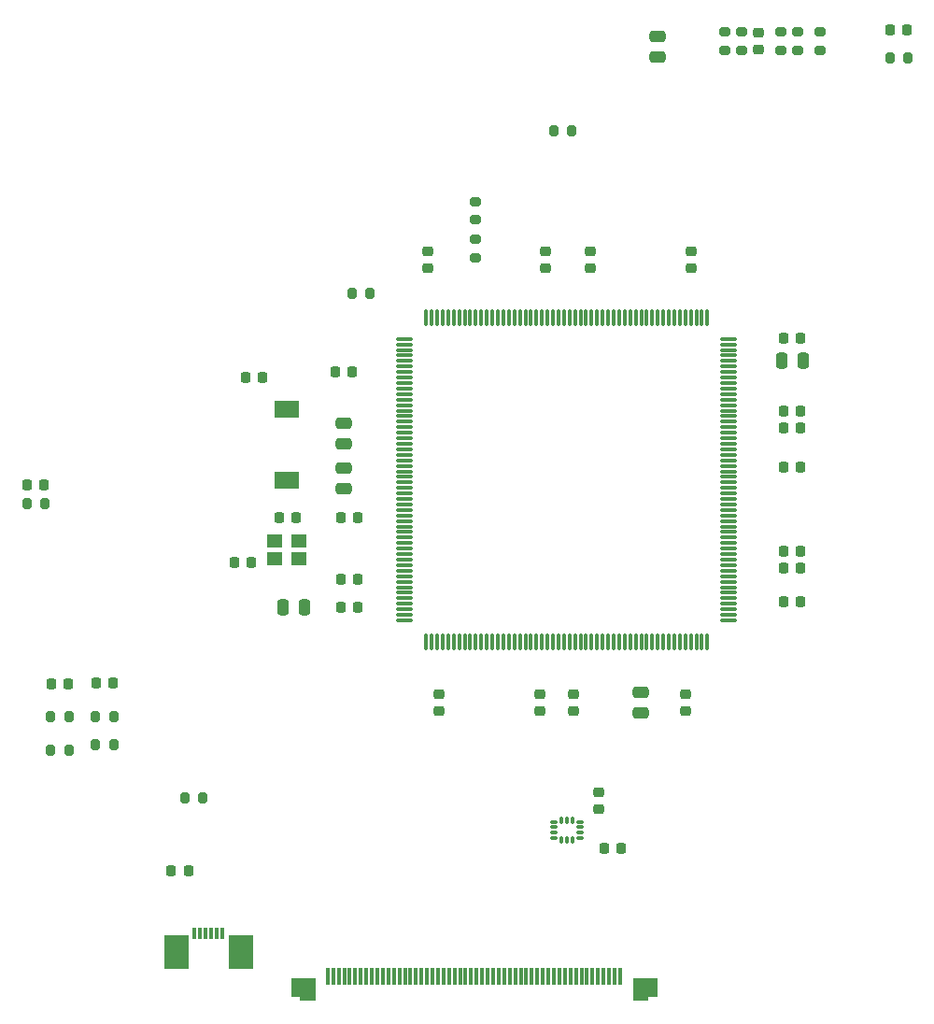
<source format=gtp>
G04 #@! TF.GenerationSoftware,KiCad,Pcbnew,7.0.1*
G04 #@! TF.CreationDate,2024-01-01T11:46:02+00:00*
G04 #@! TF.ProjectId,gk,676b2e6b-6963-4616-945f-706362585858,rev?*
G04 #@! TF.SameCoordinates,Original*
G04 #@! TF.FileFunction,Paste,Top*
G04 #@! TF.FilePolarity,Positive*
%FSLAX46Y46*%
G04 Gerber Fmt 4.6, Leading zero omitted, Abs format (unit mm)*
G04 Created by KiCad (PCBNEW 7.0.1) date 2024-01-01 11:46:02*
%MOMM*%
%LPD*%
G01*
G04 APERTURE LIST*
G04 Aperture macros list*
%AMRoundRect*
0 Rectangle with rounded corners*
0 $1 Rounding radius*
0 $2 $3 $4 $5 $6 $7 $8 $9 X,Y pos of 4 corners*
0 Add a 4 corners polygon primitive as box body*
4,1,4,$2,$3,$4,$5,$6,$7,$8,$9,$2,$3,0*
0 Add four circle primitives for the rounded corners*
1,1,$1+$1,$2,$3*
1,1,$1+$1,$4,$5*
1,1,$1+$1,$6,$7*
1,1,$1+$1,$8,$9*
0 Add four rect primitives between the rounded corners*
20,1,$1+$1,$2,$3,$4,$5,0*
20,1,$1+$1,$4,$5,$6,$7,0*
20,1,$1+$1,$6,$7,$8,$9,0*
20,1,$1+$1,$8,$9,$2,$3,0*%
G04 Aperture macros list end*
%ADD10C,0.010000*%
%ADD11R,0.300000X1.500000*%
%ADD12RoundRect,0.225000X0.225000X0.250000X-0.225000X0.250000X-0.225000X-0.250000X0.225000X-0.250000X0*%
%ADD13RoundRect,0.200000X-0.200000X-0.275000X0.200000X-0.275000X0.200000X0.275000X-0.200000X0.275000X0*%
%ADD14RoundRect,0.225000X-0.225000X-0.250000X0.225000X-0.250000X0.225000X0.250000X-0.225000X0.250000X0*%
%ADD15RoundRect,0.250000X-0.250000X-0.475000X0.250000X-0.475000X0.250000X0.475000X-0.250000X0.475000X0*%
%ADD16RoundRect,0.250000X-0.475000X0.250000X-0.475000X-0.250000X0.475000X-0.250000X0.475000X0.250000X0*%
%ADD17RoundRect,0.225000X-0.250000X0.225000X-0.250000X-0.225000X0.250000X-0.225000X0.250000X0.225000X0*%
%ADD18RoundRect,0.200000X0.275000X-0.200000X0.275000X0.200000X-0.275000X0.200000X-0.275000X-0.200000X0*%
%ADD19R,0.300000X1.100000*%
%ADD20R,2.300000X3.100000*%
%ADD21RoundRect,0.200000X0.200000X0.275000X-0.200000X0.275000X-0.200000X-0.275000X0.200000X-0.275000X0*%
%ADD22RoundRect,0.250000X0.475000X-0.250000X0.475000X0.250000X-0.475000X0.250000X-0.475000X-0.250000X0*%
%ADD23RoundRect,0.225000X0.250000X-0.225000X0.250000X0.225000X-0.250000X0.225000X-0.250000X-0.225000X0*%
%ADD24R,1.400000X1.150000*%
%ADD25RoundRect,0.087500X-0.225000X-0.087500X0.225000X-0.087500X0.225000X0.087500X-0.225000X0.087500X0*%
%ADD26RoundRect,0.087500X-0.087500X-0.225000X0.087500X-0.225000X0.087500X0.225000X-0.087500X0.225000X0*%
%ADD27RoundRect,0.200000X-0.275000X0.200000X-0.275000X-0.200000X0.275000X-0.200000X0.275000X0.200000X0*%
%ADD28R,2.200000X1.500000*%
%ADD29RoundRect,0.075000X-0.675000X-0.075000X0.675000X-0.075000X0.675000X0.075000X-0.675000X0.075000X0*%
%ADD30RoundRect,0.075000X-0.075000X-0.675000X0.075000X-0.675000X0.075000X0.675000X-0.075000X0.675000X0*%
%ADD31RoundRect,0.250000X0.250000X0.475000X-0.250000X0.475000X-0.250000X-0.475000X0.250000X-0.475000X0*%
G04 APERTURE END LIST*
D10*
X106555500Y-113440000D02*
X105755500Y-113440000D01*
X105755500Y-113790000D01*
X104455500Y-113790000D01*
X104455500Y-111840000D01*
X106555500Y-111840000D01*
X106555500Y-113440000D01*
G36*
X106555500Y-113440000D02*
G01*
X105755500Y-113440000D01*
X105755500Y-113790000D01*
X104455500Y-113790000D01*
X104455500Y-111840000D01*
X106555500Y-111840000D01*
X106555500Y-113440000D01*
G37*
X75555500Y-113790000D02*
X74255500Y-113790000D01*
X74255500Y-113440000D01*
X73455500Y-113440000D01*
X73455500Y-111840000D01*
X75555500Y-111840000D01*
X75555500Y-113790000D01*
G36*
X75555500Y-113790000D02*
G01*
X74255500Y-113790000D01*
X74255500Y-113440000D01*
X73455500Y-113440000D01*
X73455500Y-111840000D01*
X75555500Y-111840000D01*
X75555500Y-113790000D01*
G37*
D11*
X103255500Y-111690000D03*
X102755500Y-111690000D03*
X102255500Y-111690000D03*
X101755500Y-111690000D03*
X101255500Y-111690000D03*
X100755500Y-111690000D03*
X100255500Y-111690000D03*
X99755500Y-111690000D03*
X99255500Y-111690000D03*
X98755500Y-111690000D03*
X98255500Y-111690000D03*
X97755500Y-111690000D03*
X97255500Y-111690000D03*
X96755500Y-111690000D03*
X96255500Y-111690000D03*
X95755500Y-111690000D03*
X95255500Y-111690000D03*
X94755500Y-111690000D03*
X94255500Y-111690000D03*
X93755500Y-111690000D03*
X93255500Y-111690000D03*
X92755500Y-111690000D03*
X92255500Y-111690000D03*
X91755500Y-111690000D03*
X91255500Y-111690000D03*
X90755500Y-111690000D03*
X90255500Y-111690000D03*
X89755500Y-111690000D03*
X89255500Y-111690000D03*
X88755500Y-111690000D03*
X88255500Y-111690000D03*
X87755500Y-111690000D03*
X87255500Y-111690000D03*
X86755500Y-111690000D03*
X86255500Y-111690000D03*
X85755500Y-111690000D03*
X85255500Y-111690000D03*
X84755500Y-111690000D03*
X84255500Y-111690000D03*
X83755500Y-111690000D03*
X83255500Y-111690000D03*
X82755500Y-111690000D03*
X82255500Y-111690000D03*
X81755500Y-111690000D03*
X81255500Y-111690000D03*
X80755500Y-111690000D03*
X80255500Y-111690000D03*
X79755500Y-111690000D03*
X79255500Y-111690000D03*
X78755500Y-111690000D03*
X78255500Y-111690000D03*
X77755500Y-111690000D03*
X77255500Y-111690000D03*
X76755500Y-111690000D03*
D12*
X79515000Y-70104000D03*
X77965000Y-70104000D03*
D13*
X97219000Y-35052000D03*
X98869000Y-35052000D03*
D14*
X118097000Y-73152000D03*
X119647000Y-73152000D03*
D15*
X117922000Y-55880000D03*
X119822000Y-55880000D03*
D14*
X118097000Y-53848000D03*
X119647000Y-53848000D03*
X118097000Y-60452000D03*
X119647000Y-60452000D03*
D16*
X78232000Y-65598000D03*
X78232000Y-67498000D03*
D17*
X109220000Y-86093000D03*
X109220000Y-87643000D03*
D12*
X79007000Y-56896000D03*
X77457000Y-56896000D03*
D14*
X127749000Y-25908000D03*
X129299000Y-25908000D03*
X55765400Y-85110800D03*
X57315400Y-85110800D03*
D18*
X90170000Y-46545000D03*
X90170000Y-44895000D03*
D14*
X118097000Y-65532000D03*
X119647000Y-65532000D03*
X118097000Y-74676000D03*
X119647000Y-74676000D03*
D17*
X115824000Y-26149000D03*
X115824000Y-27699000D03*
D19*
X64688400Y-107757800D03*
X65188400Y-107757800D03*
X65688400Y-107757800D03*
X66188400Y-107757800D03*
X66688400Y-107757800D03*
X67188400Y-107757800D03*
D20*
X63018400Y-109457800D03*
X68858400Y-109457800D03*
D17*
X96012000Y-86093000D03*
X96012000Y-87643000D03*
D21*
X65442600Y-95504000D03*
X63792600Y-95504000D03*
D22*
X78232000Y-63434000D03*
X78232000Y-61534000D03*
D18*
X114300000Y-27749000D03*
X114300000Y-26099000D03*
D23*
X100584000Y-47511000D03*
X100584000Y-45961000D03*
D18*
X119380000Y-27749000D03*
X119380000Y-26099000D03*
D12*
X73927000Y-70104000D03*
X72377000Y-70104000D03*
D16*
X105156000Y-85918000D03*
X105156000Y-87818000D03*
D23*
X85852000Y-47511000D03*
X85852000Y-45961000D03*
D13*
X127699000Y-28448000D03*
X129349000Y-28448000D03*
D12*
X69863000Y-74168000D03*
X68313000Y-74168000D03*
D13*
X78931000Y-49784000D03*
X80581000Y-49784000D03*
D14*
X51701400Y-85170800D03*
X53251400Y-85170800D03*
D13*
X51651400Y-88158800D03*
X53301400Y-88158800D03*
X55715400Y-88188800D03*
X57365400Y-88188800D03*
D24*
X74125000Y-72225000D03*
X71925000Y-72225000D03*
X71925000Y-73825000D03*
X74125000Y-73825000D03*
D12*
X79515000Y-75692000D03*
X77965000Y-75692000D03*
D23*
X101346000Y-96533000D03*
X101346000Y-94983000D03*
D13*
X51651400Y-91206800D03*
X53301400Y-91206800D03*
D25*
X97262500Y-97675000D03*
X97262500Y-98175000D03*
X97262500Y-98675000D03*
X97262500Y-99175000D03*
D26*
X97925000Y-99337500D03*
X98425000Y-99337500D03*
X98925000Y-99337500D03*
D25*
X99587500Y-99175000D03*
X99587500Y-98675000D03*
X99587500Y-98175000D03*
X99587500Y-97675000D03*
D26*
X98925000Y-97512500D03*
X98425000Y-97512500D03*
X97925000Y-97512500D03*
D27*
X90170000Y-41491400D03*
X90170000Y-43141400D03*
D17*
X86868000Y-86093000D03*
X86868000Y-87643000D03*
D16*
X106680000Y-26482000D03*
X106680000Y-28382000D03*
D18*
X117856000Y-27749000D03*
X117856000Y-26099000D03*
D23*
X109728000Y-47511000D03*
X109728000Y-45961000D03*
D13*
X55715400Y-90698800D03*
X57365400Y-90698800D03*
D17*
X99060000Y-86093000D03*
X99060000Y-87643000D03*
D14*
X118097000Y-77724000D03*
X119647000Y-77724000D03*
D12*
X70879000Y-57404000D03*
X69329000Y-57404000D03*
X79515000Y-78232000D03*
X77965000Y-78232000D03*
D18*
X121412000Y-27749000D03*
X121412000Y-26099000D03*
D12*
X64122600Y-102108000D03*
X62572600Y-102108000D03*
D28*
X73025000Y-66700000D03*
X73025000Y-60300000D03*
D29*
X83750000Y-53925000D03*
X83750000Y-54425000D03*
X83750000Y-54925000D03*
X83750000Y-55425000D03*
X83750000Y-55925000D03*
X83750000Y-56425000D03*
X83750000Y-56925000D03*
X83750000Y-57425000D03*
X83750000Y-57925000D03*
X83750000Y-58425000D03*
X83750000Y-58925000D03*
X83750000Y-59425000D03*
X83750000Y-59925000D03*
X83750000Y-60425000D03*
X83750000Y-60925000D03*
X83750000Y-61425000D03*
X83750000Y-61925000D03*
X83750000Y-62425000D03*
X83750000Y-62925000D03*
X83750000Y-63425000D03*
X83750000Y-63925000D03*
X83750000Y-64425000D03*
X83750000Y-64925000D03*
X83750000Y-65425000D03*
X83750000Y-65925000D03*
X83750000Y-66425000D03*
X83750000Y-66925000D03*
X83750000Y-67425000D03*
X83750000Y-67925000D03*
X83750000Y-68425000D03*
X83750000Y-68925000D03*
X83750000Y-69425000D03*
X83750000Y-69925000D03*
X83750000Y-70425000D03*
X83750000Y-70925000D03*
X83750000Y-71425000D03*
X83750000Y-71925000D03*
X83750000Y-72425000D03*
X83750000Y-72925000D03*
X83750000Y-73425000D03*
X83750000Y-73925000D03*
X83750000Y-74425000D03*
X83750000Y-74925000D03*
X83750000Y-75425000D03*
X83750000Y-75925000D03*
X83750000Y-76425000D03*
X83750000Y-76925000D03*
X83750000Y-77425000D03*
X83750000Y-77925000D03*
X83750000Y-78425000D03*
X83750000Y-78925000D03*
X83750000Y-79425000D03*
D30*
X85675000Y-81350000D03*
X86175000Y-81350000D03*
X86675000Y-81350000D03*
X87175000Y-81350000D03*
X87675000Y-81350000D03*
X88175000Y-81350000D03*
X88675000Y-81350000D03*
X89175000Y-81350000D03*
X89675000Y-81350000D03*
X90175000Y-81350000D03*
X90675000Y-81350000D03*
X91175000Y-81350000D03*
X91675000Y-81350000D03*
X92175000Y-81350000D03*
X92675000Y-81350000D03*
X93175000Y-81350000D03*
X93675000Y-81350000D03*
X94175000Y-81350000D03*
X94675000Y-81350000D03*
X95175000Y-81350000D03*
X95675000Y-81350000D03*
X96175000Y-81350000D03*
X96675000Y-81350000D03*
X97175000Y-81350000D03*
X97675000Y-81350000D03*
X98175000Y-81350000D03*
X98675000Y-81350000D03*
X99175000Y-81350000D03*
X99675000Y-81350000D03*
X100175000Y-81350000D03*
X100675000Y-81350000D03*
X101175000Y-81350000D03*
X101675000Y-81350000D03*
X102175000Y-81350000D03*
X102675000Y-81350000D03*
X103175000Y-81350000D03*
X103675000Y-81350000D03*
X104175000Y-81350000D03*
X104675000Y-81350000D03*
X105175000Y-81350000D03*
X105675000Y-81350000D03*
X106175000Y-81350000D03*
X106675000Y-81350000D03*
X107175000Y-81350000D03*
X107675000Y-81350000D03*
X108175000Y-81350000D03*
X108675000Y-81350000D03*
X109175000Y-81350000D03*
X109675000Y-81350000D03*
X110175000Y-81350000D03*
X110675000Y-81350000D03*
X111175000Y-81350000D03*
D29*
X113100000Y-79425000D03*
X113100000Y-78925000D03*
X113100000Y-78425000D03*
X113100000Y-77925000D03*
X113100000Y-77425000D03*
X113100000Y-76925000D03*
X113100000Y-76425000D03*
X113100000Y-75925000D03*
X113100000Y-75425000D03*
X113100000Y-74925000D03*
X113100000Y-74425000D03*
X113100000Y-73925000D03*
X113100000Y-73425000D03*
X113100000Y-72925000D03*
X113100000Y-72425000D03*
X113100000Y-71925000D03*
X113100000Y-71425000D03*
X113100000Y-70925000D03*
X113100000Y-70425000D03*
X113100000Y-69925000D03*
X113100000Y-69425000D03*
X113100000Y-68925000D03*
X113100000Y-68425000D03*
X113100000Y-67925000D03*
X113100000Y-67425000D03*
X113100000Y-66925000D03*
X113100000Y-66425000D03*
X113100000Y-65925000D03*
X113100000Y-65425000D03*
X113100000Y-64925000D03*
X113100000Y-64425000D03*
X113100000Y-63925000D03*
X113100000Y-63425000D03*
X113100000Y-62925000D03*
X113100000Y-62425000D03*
X113100000Y-61925000D03*
X113100000Y-61425000D03*
X113100000Y-60925000D03*
X113100000Y-60425000D03*
X113100000Y-59925000D03*
X113100000Y-59425000D03*
X113100000Y-58925000D03*
X113100000Y-58425000D03*
X113100000Y-57925000D03*
X113100000Y-57425000D03*
X113100000Y-56925000D03*
X113100000Y-56425000D03*
X113100000Y-55925000D03*
X113100000Y-55425000D03*
X113100000Y-54925000D03*
X113100000Y-54425000D03*
X113100000Y-53925000D03*
D30*
X111175000Y-52000000D03*
X110675000Y-52000000D03*
X110175000Y-52000000D03*
X109675000Y-52000000D03*
X109175000Y-52000000D03*
X108675000Y-52000000D03*
X108175000Y-52000000D03*
X107675000Y-52000000D03*
X107175000Y-52000000D03*
X106675000Y-52000000D03*
X106175000Y-52000000D03*
X105675000Y-52000000D03*
X105175000Y-52000000D03*
X104675000Y-52000000D03*
X104175000Y-52000000D03*
X103675000Y-52000000D03*
X103175000Y-52000000D03*
X102675000Y-52000000D03*
X102175000Y-52000000D03*
X101675000Y-52000000D03*
X101175000Y-52000000D03*
X100675000Y-52000000D03*
X100175000Y-52000000D03*
X99675000Y-52000000D03*
X99175000Y-52000000D03*
X98675000Y-52000000D03*
X98175000Y-52000000D03*
X97675000Y-52000000D03*
X97175000Y-52000000D03*
X96675000Y-52000000D03*
X96175000Y-52000000D03*
X95675000Y-52000000D03*
X95175000Y-52000000D03*
X94675000Y-52000000D03*
X94175000Y-52000000D03*
X93675000Y-52000000D03*
X93175000Y-52000000D03*
X92675000Y-52000000D03*
X92175000Y-52000000D03*
X91675000Y-52000000D03*
X91175000Y-52000000D03*
X90675000Y-52000000D03*
X90175000Y-52000000D03*
X89675000Y-52000000D03*
X89175000Y-52000000D03*
X88675000Y-52000000D03*
X88175000Y-52000000D03*
X87675000Y-52000000D03*
X87175000Y-52000000D03*
X86675000Y-52000000D03*
X86175000Y-52000000D03*
X85675000Y-52000000D03*
D12*
X51067000Y-67176000D03*
X49517000Y-67176000D03*
D31*
X74610000Y-78232000D03*
X72710000Y-78232000D03*
D14*
X118097000Y-61976000D03*
X119647000Y-61976000D03*
D23*
X96520000Y-47511000D03*
X96520000Y-45961000D03*
D13*
X49467000Y-68884800D03*
X51117000Y-68884800D03*
D14*
X101841000Y-100076000D03*
X103391000Y-100076000D03*
D18*
X112776000Y-27749000D03*
X112776000Y-26099000D03*
M02*

</source>
